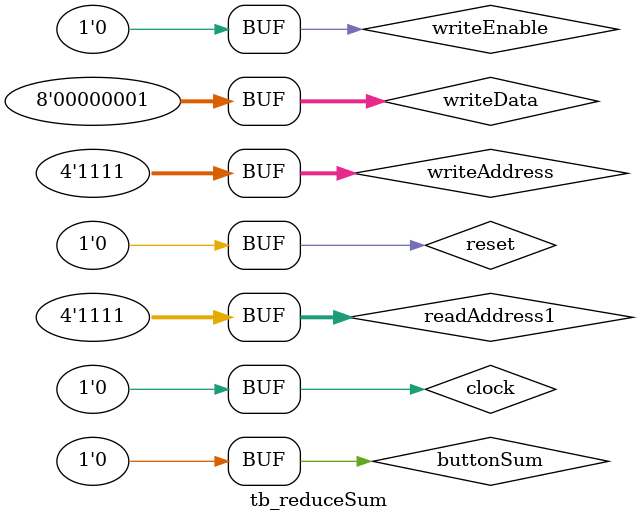
<source format=sv>
module tb_reduceSum();
    
    logic clock, writeEnable;
	logic [3:0] writeAddress;
	logic [7:0] writeData; 
	logic [3:0] readAddress1;
	logic [3:0] readAddress2;
	logic [7:0] readData1; 
	logic [7:0] readData2;
	logic  buttonSum;
	logic reset;
    logic [11:0] sum;

    reduceSum rs( clock, reset, buttonSum, readData2, readAddress2, sum);	
	ramMemory ram(clock, writeEnable, reset, writeAddress, writeData, readAddress1, readAddress2,
				  readData1, readData2);
			  
	
	initial
		begin
		reset = 1; #100 reset = 0;
		writeEnable = 1; 
		
		for( int i = 0; i < 8; i++)
		begin
		  writeAddress = i;#10;
		  writeData = i;#10;
		end
		
		for( int i = 8; i < 16; i++)
		begin
		  writeAddress = i;#10;
		  writeData = 1;#10;
		end
		writeEnable = 0;
		
		for( int i = 0; i < 16; i++)
		begin
		  readAddress1 = i;#10;
		end

	   buttonSum = 1; #30
	   buttonSum = 0;
	end

		
always // no sensitivity list, so it always executes
		begin
		clock <= 1; #5; clock <= 0; #5;
		end
endmodule
</source>
